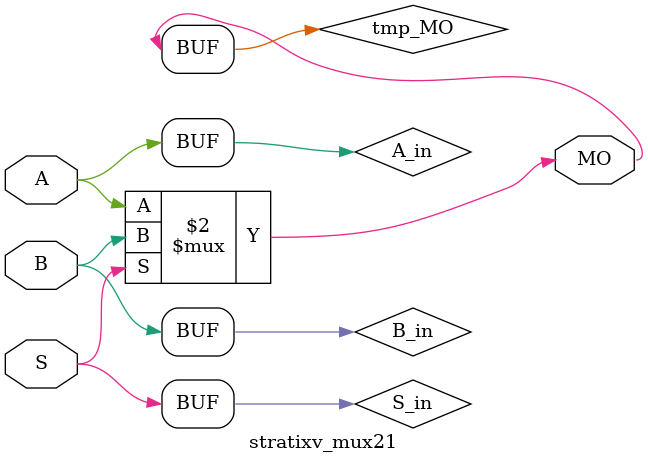
<source format=v>
module stratixv_mux21 (MO, A, B, S);
   input A, B, S;
   output MO;
   wire A_in;
   wire B_in;
   wire S_in;
   buf(A_in, A);
   buf(B_in, B);
   buf(S_in, S);
   wire   tmp_MO;
   specify
      (A => MO) = (0, 0);
      (B => MO) = (0, 0);
      (S => MO) = (0, 0);
   endspecify
   assign tmp_MO = (S_in == 1) ? B_in : A_in;
   buf (MO, tmp_MO);
endmodule
</source>
